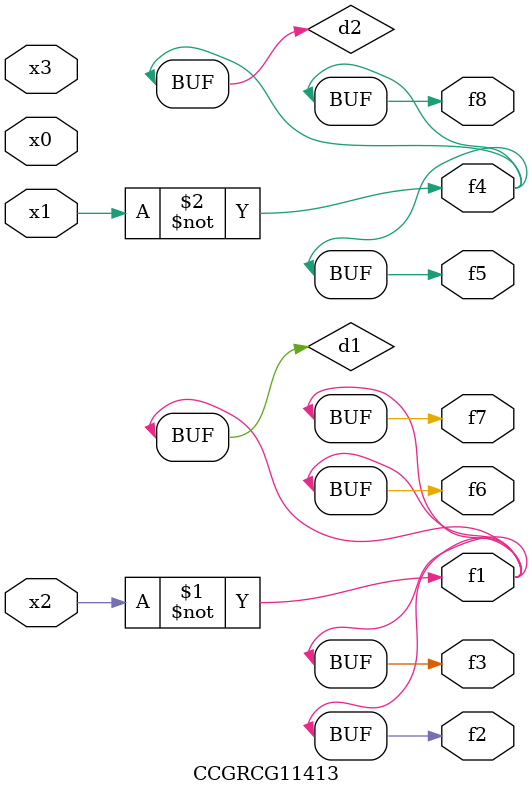
<source format=v>
module CCGRCG11413(
	input x0, x1, x2, x3,
	output f1, f2, f3, f4, f5, f6, f7, f8
);

	wire d1, d2;

	xnor (d1, x2);
	not (d2, x1);
	assign f1 = d1;
	assign f2 = d1;
	assign f3 = d1;
	assign f4 = d2;
	assign f5 = d2;
	assign f6 = d1;
	assign f7 = d1;
	assign f8 = d2;
endmodule

</source>
